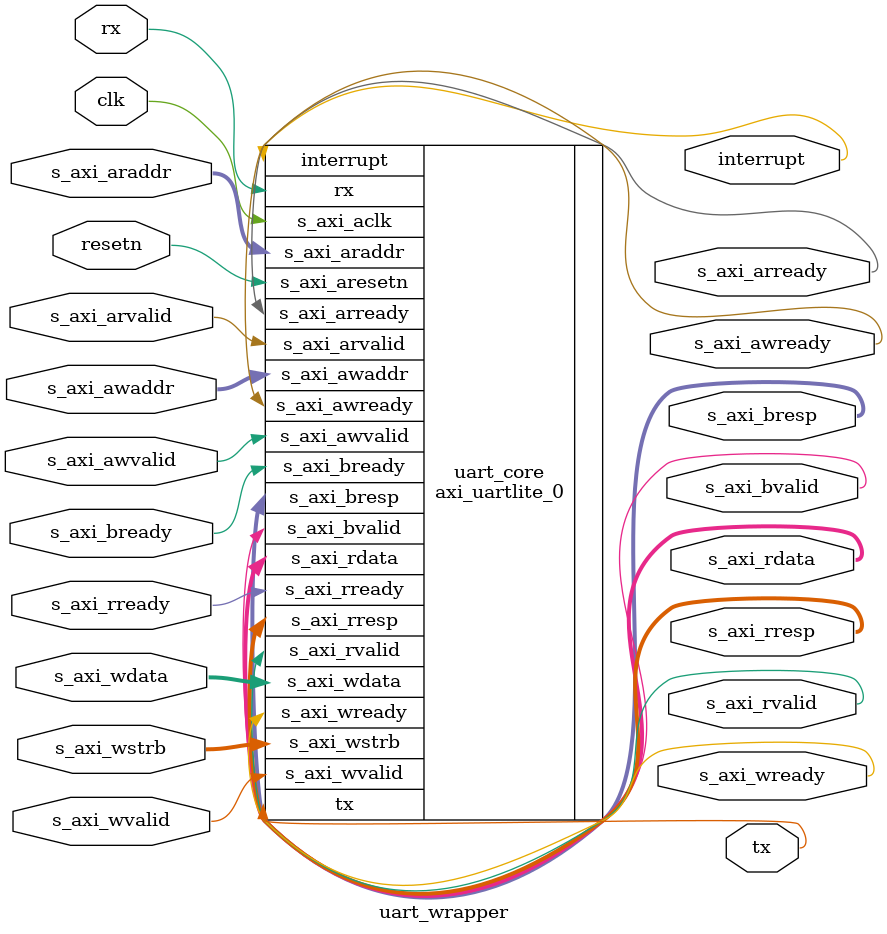
<source format=sv>
module uart_wrapper (
    input wire clk,
    input wire resetn,
    // AXI-Lite interface
    input wire [3:0] s_axi_awaddr,
    input wire s_axi_awvalid,
    output wire s_axi_awready,
    input wire [31:0] s_axi_wdata,
    input wire [3:0] s_axi_wstrb,
    input wire s_axi_wvalid,
    output wire s_axi_wready,
    output wire [1:0] s_axi_bresp,
    output wire s_axi_bvalid,
    input wire s_axi_bready,
    input wire [3:0] s_axi_araddr,
    input wire s_axi_arvalid,
    output wire s_axi_arready,
    output wire [31:0] s_axi_rdata,
    output wire [1:0] s_axi_rresp,
    output wire s_axi_rvalid,
    input wire s_axi_rready,
    // UART interface
    output wire tx,
    input wire rx,
    output wire interrupt
);
    // Instantiate the Xilinx UART Lite IP core
    axi_uartlite_0 uart_core (
        .s_axi_aclk(clk),
        .s_axi_aresetn(resetn),
        .s_axi_araddr(s_axi_araddr),
        .s_axi_arvalid(s_axi_arvalid),
        .s_axi_arready(s_axi_arready),
        .s_axi_rdata(s_axi_rdata),
        .s_axi_rresp(s_axi_rresp),
        .s_axi_rvalid(s_axi_rvalid),
        .s_axi_rready(s_axi_rready),
        .s_axi_awaddr(s_axi_awaddr),
        .s_axi_awvalid(s_axi_awvalid),
        .s_axi_awready(s_axi_awready),
        .s_axi_wdata(s_axi_wdata),
        .s_axi_wstrb(s_axi_wstrb),
        .s_axi_wvalid(s_axi_wvalid),
        .s_axi_wready(s_axi_wready),
        .s_axi_bresp(s_axi_bresp),
        .s_axi_bvalid(s_axi_bvalid),
        .s_axi_bready(s_axi_bready),
        .tx(tx),
        .rx(rx),
        .interrupt(interrupt)
    );

endmodule
</source>
